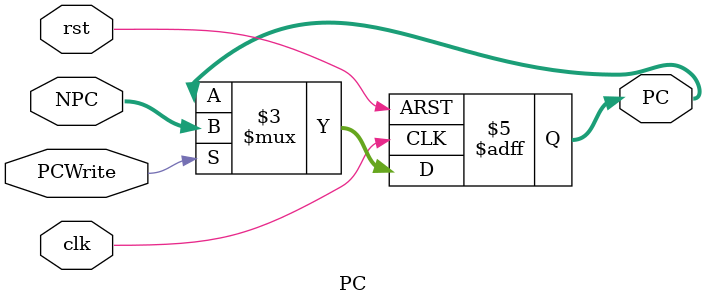
<source format=v>
module PC( clk, rst,PCWrite, NPC, PC);

  input              clk;
  input              rst;
  input              PCWrite;
  input       [31:0] NPC;
  output reg  [31:0] PC;

  always @(posedge clk, posedge rst)
    if (rst) 
      PC <= 32'h0000_0000;
    else if(PCWrite==1)
      PC <= NPC;
      
endmodule


</source>
